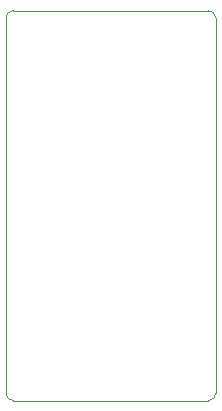
<source format=gbr>
%TF.GenerationSoftware,KiCad,Pcbnew,5.1.6+dfsg1-1~bpo10+1*%
%TF.CreationDate,2020-07-08T21:11:21+00:00*%
%TF.ProjectId,ProMicro_UART,50726f4d-6963-4726-9f5f-554152542e6b,v2*%
%TF.SameCoordinates,Original*%
%TF.FileFunction,Profile,NP*%
%FSLAX45Y45*%
G04 Gerber Fmt 4.5, Leading zero omitted, Abs format (unit mm)*
G04 Created by KiCad (PCBNEW 5.1.6+dfsg1-1~bpo10+1) date 2020-07-08 21:11:21*
%MOMM*%
%LPD*%
G01*
G04 APERTURE LIST*
%TA.AperFunction,Profile*%
%ADD10C,0.100000*%
%TD*%
G04 APERTURE END LIST*
D10*
X-1651000Y3111500D02*
X-1651000Y-63500D01*
X127000Y3111500D02*
X127000Y-63500D01*
X-1587500Y-127000D02*
G75*
G02*
X-1651000Y-63500I0J63500D01*
G01*
X127000Y-63500D02*
G75*
G02*
X63500Y-127000I-63500J0D01*
G01*
X63500Y3175000D02*
G75*
G02*
X127000Y3111500I0J-63500D01*
G01*
X-1651000Y3111500D02*
G75*
G02*
X-1587500Y3175000I63500J0D01*
G01*
X63500Y-127000D02*
X-1587500Y-127000D01*
X-1587500Y3175000D02*
X63500Y3175000D01*
M02*

</source>
